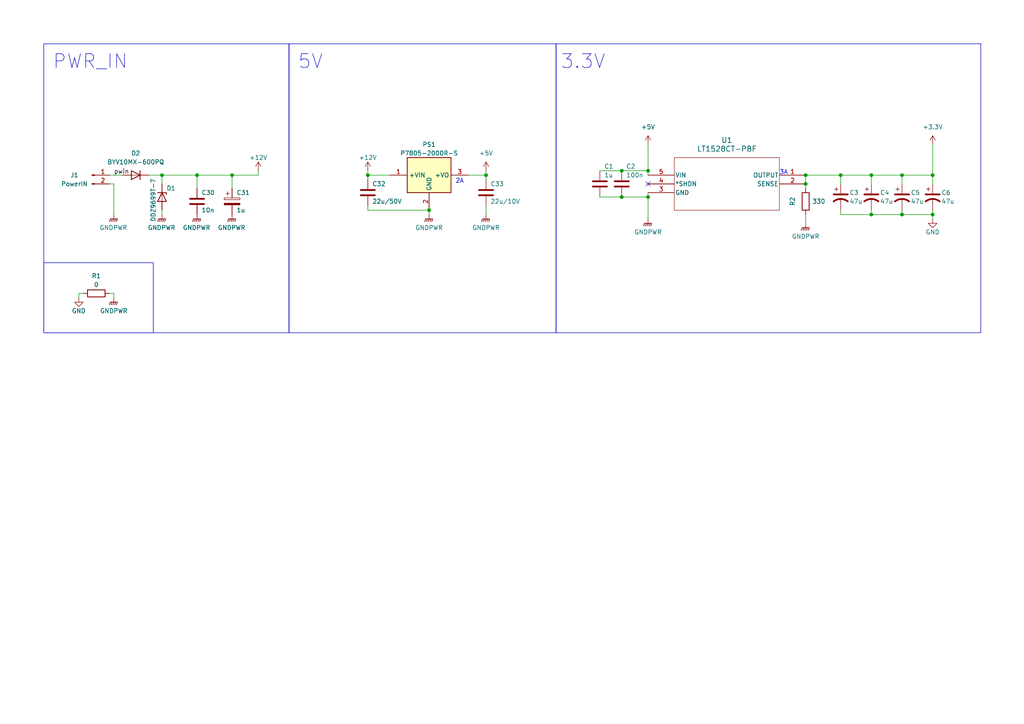
<source format=kicad_sch>
(kicad_sch (version 20230121) (generator eeschema)
  (paper "A4")
  (lib_symbols
    (symbol "Connector:Conn_01x02_Pin" (pin_names (offset 1.016) hide)
      (property "Reference" "J" (at 0 2.54 0))
      (property "Value" "Conn_01x02_Pin" (at 0 -5.08 0))
      (symbol "Conn_01x02_Pin_1_1"
        (polyline (pts (xy 1.27 -2.54) (xy 0.8636 -2.54)) (stroke (width 0.1524)))
        (polyline (pts (xy 1.27 0) (xy 0.8636 0)) (stroke (width 0.1524)))
        (rectangle (start 0.8636 -2.413) (end 0 -2.667) (stroke (width 0.1524)) (fill (type outline)))
        (rectangle (start 0.8636 0.127) (end 0 -0.127) (stroke (width 0.1524)) (fill (type outline)))
        (pin passive line (at 5.08 0 180) (length 3.81) (name "Pin_1") (number "1"))
        (pin passive line (at 5.08 -2.54 180) (length 3.81) (name "Pin_2") (number "2"))
      )
    )
    (symbol "Device:C" (pin_numbers hide) (pin_names (offset 0.254))
      (property "Reference" "C" (at 0.635 2.54 0))
      (property "Value" "C" (at 0.635 -2.54 0))
      (symbol "C_0_1"
        (polyline (pts (xy -2.032 -0.762) (xy 2.032 -0.762)) (stroke (width 0.508)))
        (polyline (pts (xy -2.032 0.762) (xy 2.032 0.762)) (stroke (width 0.508)))
      )
      (symbol "C_1_1"
        (pin passive line (at 0 3.81 270) (length 2.794) (name "~") (number "1"))
        (pin passive line (at 0 -3.81 90) (length 2.794) (name "~") (number "2"))
      )
    )
    (symbol "Device:C_Polarized" (pin_numbers hide) (pin_names (offset 0.254))
      (property "Reference" "C" (at 0.635 2.54 0))
      (property "Value" "C_Polarized" (at 0.635 -2.54 0))
      (symbol "C_Polarized_0_1"
        (rectangle (start -2.286 0.508) (end 2.286 1.016))
        (polyline (pts (xy -1.778 2.286) (xy -0.762 2.286)))
        (polyline (pts (xy -1.27 2.794) (xy -1.27 1.778)))
        (rectangle (start 2.286 -0.508) (end -2.286 -1.016) (fill (type outline)))
      )
      (symbol "C_Polarized_1_1"
        (pin passive line (at 0 3.81 270) (length 2.794) (name "~") (number "1"))
        (pin passive line (at 0 -3.81 90) (length 2.794) (name "~") (number "2"))
      )
    )
    (symbol "Device:C_Polarized_US" (pin_numbers hide) (pin_names (offset 0.254) hide)
      (property "Reference" "C" (at 0.635 2.54 0))
      (property "Value" "C_Polarized_US" (at 0.635 -2.54 0))
      (symbol "C_Polarized_US_0_1"
        (polyline (pts (xy -2.032 0.762) (xy 2.032 0.762)) (stroke (width 0.508)))
        (polyline (pts (xy -1.778 2.286) (xy -0.762 2.286)))
        (polyline (pts (xy -1.27 1.778) (xy -1.27 2.794)))
        (arc (start 2.032 -1.27) (mid 0 -0.5572) (end -2.032 -1.27) (stroke (width 0.508)))
      )
      (symbol "C_Polarized_US_1_1"
        (pin passive line (at 0 3.81 270) (length 2.794) (name "~") (number "1"))
        (pin passive line (at 0 -3.81 90) (length 3.302) (name "~") (number "2"))
      )
    )
    (symbol "Device:D" (pin_numbers hide) (pin_names (offset 1.016) hide)
      (property "Reference" "D" (at 0 2.54 0))
      (property "Value" "D" (at 0 -2.54 0))
      (symbol "D_0_1"
        (polyline (pts (xy -1.27 1.27) (xy -1.27 -1.27)) (stroke (width 0.254)))
        (polyline (pts (xy 1.27 0) (xy -1.27 0)))
        (polyline (pts (xy 1.27 1.27) (xy 1.27 -1.27) (xy -1.27 0) (xy 1.27 1.27)) (stroke (width 0.254)))
      )
      (symbol "D_1_1"
        (pin passive line (at -3.81 0 0) (length 2.54) (name "K") (number "1"))
        (pin passive line (at 3.81 0 180) (length 2.54) (name "A") (number "2"))
      )
    )
    (symbol "Device:D_Zener" (pin_numbers hide) (pin_names (offset 1.016) hide)
      (property "Reference" "D" (at 0 2.54 0))
      (property "Value" "D_Zener" (at 0 -2.54 0))
      (symbol "D_Zener_0_1"
        (polyline (pts (xy 1.27 0) (xy -1.27 0)))
        (polyline (pts (xy -1.27 -1.27) (xy -1.27 1.27) (xy -0.762 1.27)) (stroke (width 0.254)))
        (polyline (pts (xy 1.27 -1.27) (xy 1.27 1.27) (xy -1.27 0) (xy 1.27 -1.27)) (stroke (width 0.254)))
      )
      (symbol "D_Zener_1_1"
        (pin passive line (at -3.81 0 0) (length 2.54) (name "K") (number "1"))
        (pin passive line (at 3.81 0 180) (length 2.54) (name "A") (number "2"))
      )
    )
    (symbol "Device:R" (pin_numbers hide) (pin_names (offset 0))
      (property "Reference" "R" (at 2.032 0 90))
      (property "Value" "R" (at 0 0 90))
      (symbol "R_0_1"
        (rectangle (start -1.016 -2.54) (end 1.016 2.54) (stroke (width 0.254)))
      )
      (symbol "R_1_1"
        (pin passive line (at 0 3.81 270) (length 1.27) (name "~") (number "1"))
        (pin passive line (at 0 -3.81 90) (length 1.27) (name "~") (number "2"))
      )
    )
    (symbol "LT1528CT#PBF:LT1528CT-PBF" (pin_names (offset 0.254))
      (property "Reference" "U" (at 22.86 10.16 0))
      (property "Value" "LT1528CT-PBF" (at 22.86 7.62 0))
      (symbol "LT1528CT-PBF_0_1"
        (polyline (pts (xy 7.62 -10.16) (xy 38.1 -10.16)) (stroke (width 0.127)))
        (polyline (pts (xy 7.62 5.08) (xy 7.62 -10.16)) (stroke (width 0.127)))
        (polyline (pts (xy 38.1 -10.16) (xy 38.1 5.08)) (stroke (width 0.127)))
        (polyline (pts (xy 38.1 5.08) (xy 7.62 5.08)) (stroke (width 0.127)))
        (pin output line (at 0 0 0) (length 7.62) (name "OUTPUT") (number "1"))
        (pin input line (at 0 -2.54 0) (length 7.62) (name "SENSE") (number "2"))
        (pin power_in line (at 45.72 -5.08 180) (length 7.62) (name "GND") (number "3"))
        (pin output line (at 45.72 -2.54 180) (length 7.62) (name "*SHDN") (number "4"))
        (pin input line (at 45.72 0 180) (length 7.62) (name "VIN") (number "5"))
      )
    )
    (symbol "P7803-2000R-S:P7803-2000R-S"
      (property "Reference" "PS1" (at 10.16 6.35 0))
      (property "Value" "P7803-2000R-S" (at 3.81 3.81 0))
      (symbol "P7803-2000R-S_1_1"
        (rectangle (start 5.08 2.54) (end 17.78 -7.62) (stroke (width 0.254)) (fill (type background)))
        (pin passive line (at 0 -2.54 0) (length 5.08) (name "+VIN") (number "1"))
        (pin passive line (at 11.43 -12.7 90) (length 5.08) (name "GND") (number "2"))
        (pin passive line (at 22.86 -2.54 180) (length 5.08) (name "+VO") (number "3"))
      )
    )
    (symbol "power:+12V" (power) (pin_names (offset 0))
      (property "Value" "+12V" (at 0 3.556 0))
      (symbol "+12V_0_1"
        (polyline (pts (xy -0.762 1.27) (xy 0 2.54)))
        (polyline (pts (xy 0 0) (xy 0 2.54)))
        (polyline (pts (xy 0 2.54) (xy 0.762 1.27)))
      )
      (symbol "+12V_1_1"
        (pin power_in line (at 0 0 90) (length 0) hide (name "+12V") (number "1"))
      )
    )
    (symbol "power:+3.3V" (power) (pin_names (offset 0))
      (property "Value" "+3.3V" (at 0 3.556 0))
      (symbol "+3.3V_0_1"
        (polyline (pts (xy -0.762 1.27) (xy 0 2.54)))
        (polyline (pts (xy 0 0) (xy 0 2.54)))
        (polyline (pts (xy 0 2.54) (xy 0.762 1.27)))
      )
      (symbol "+3.3V_1_1"
        (pin power_in line (at 0 0 90) (length 0) hide (name "+3.3V") (number "1"))
      )
    )
    (symbol "power:+5V" (power) (pin_names (offset 0))
      (property "Value" "+5V" (at 0 3.556 0))
      (symbol "+5V_0_1"
        (polyline (pts (xy -0.762 1.27) (xy 0 2.54)))
        (polyline (pts (xy 0 0) (xy 0 2.54)))
        (polyline (pts (xy 0 2.54) (xy 0.762 1.27)))
      )
      (symbol "+5V_1_1"
        (pin power_in line (at 0 0 90) (length 0) hide (name "+5V") (number "1"))
      )
    )
    (symbol "power:GND" (power) (pin_names (offset 0))
      (property "Value" "GND" (at 0 -3.81 0))
      (symbol "GND_0_1"
        (polyline (pts (xy 0 0) (xy 0 -1.27) (xy 1.27 -1.27) (xy 0 -2.54) (xy -1.27 -1.27) (xy 0 -1.27)))
      )
      (symbol "GND_1_1"
        (pin power_in line (at 0 0 270) (length 0) hide (name "GND") (number "1"))
      )
    )
    (symbol "power:GNDPWR" (power) (pin_names (offset 0))
      (property "Value" "GNDPWR" (at 0 -3.302 0))
      (symbol "GNDPWR_0_1"
        (polyline (pts (xy 0 -1.27) (xy 0 0)))
        (polyline (pts (xy -1.016 -1.27) (xy -1.27 -2.032) (xy -1.27 -2.032)) (stroke (width 0.2032)))
        (polyline (pts (xy -0.508 -1.27) (xy -0.762 -2.032) (xy -0.762 -2.032)) (stroke (width 0.2032)))
        (polyline (pts (xy 0 -1.27) (xy -0.254 -2.032) (xy -0.254 -2.032)) (stroke (width 0.2032)))
        (polyline (pts (xy 0.508 -1.27) (xy 0.254 -2.032) (xy 0.254 -2.032)) (stroke (width 0.2032)))
        (polyline (pts (xy 1.016 -1.27) (xy -1.016 -1.27) (xy -1.016 -1.27)) (stroke (width 0.2032)))
        (polyline (pts (xy 1.016 -1.27) (xy 0.762 -2.032) (xy 0.762 -2.032) (xy 0.762 -2.032)) (stroke (width 0.2032)))
      )
      (symbol "GNDPWR_1_1"
        (pin power_in line (at 0 0 270) (length 0) hide (name "GNDPWR") (number "1"))
      )
    )
  )
  (junction (at 261.62 62.23))
  (junction (at 124.46 60.96))
  (junction (at 46.99 50.8))
  (junction (at 187.96 57.15))
  (junction (at 106.68 50.8))
  (junction (at 140.97 50.8))
  (junction (at 180.34 57.15))
  (junction (at 252.73 62.23))
  (junction (at 252.73 50.8))
  (junction (at 187.96 49.53))
  (junction (at 270.51 50.8))
  (junction (at 243.84 50.8))
  (junction (at 261.62 50.8))
  (junction (at 67.31 50.8))
  (junction (at 233.68 53.34))
  (junction (at 180.34 49.53))
  (junction (at 233.68 50.8))
  (junction (at 270.51 62.23))
  (junction (at 57.15 50.8))
  (no_connect (at 187.96 53.34))
  (wire (pts (xy 261.62 60.96) (xy 261.62 62.23)))
  (wire (pts (xy 106.68 52.07) (xy 106.68 50.8)))
  (wire (pts (xy 106.68 49.53) (xy 106.68 50.8)))
  (wire (pts (xy 33.02 62.23) (xy 33.02 53.34)))
  (wire (pts (xy 140.97 49.53) (xy 140.97 50.8)))
  (wire (pts (xy 22.86 85.09) (xy 24.13 85.09)))
  (wire (pts (xy 252.73 62.23) (xy 261.62 62.23)))
  (wire (pts (xy 270.51 50.8) (xy 270.51 53.34)))
  (wire (pts (xy 140.97 59.69) (xy 140.97 62.23)))
  (wire (pts (xy 135.89 50.8) (xy 140.97 50.8)))
  (wire (pts (xy 243.84 50.8) (xy 243.84 53.34)))
  (wire (pts (xy 252.73 60.96) (xy 252.73 62.23)))
  (wire (pts (xy 173.99 57.15) (xy 180.34 57.15)))
  (wire (pts (xy 31.75 53.34) (xy 33.02 53.34)))
  (wire (pts (xy 67.31 50.8) (xy 67.31 54.61)))
  (wire (pts (xy 35.56 50.8) (xy 31.75 50.8)))
  (wire (pts (xy 46.99 50.8) (xy 46.99 53.34)))
  (wire (pts (xy 33.02 85.09) (xy 33.02 86.36)))
  (wire (pts (xy 233.68 64.77) (xy 233.68 62.23)))
  (wire (pts (xy 270.51 62.23) (xy 270.51 63.5)))
  (wire (pts (xy 43.18 50.8) (xy 46.99 50.8)))
  (wire (pts (xy 124.46 62.23) (xy 124.46 60.96)))
  (wire (pts (xy 270.51 50.8) (xy 261.62 50.8)))
  (wire (pts (xy 270.51 41.91) (xy 270.51 50.8)))
  (wire (pts (xy 233.68 50.8) (xy 233.68 53.34)))
  (wire (pts (xy 22.86 86.36) (xy 22.86 85.09)))
  (wire (pts (xy 261.62 62.23) (xy 270.51 62.23)))
  (wire (pts (xy 187.96 49.53) (xy 187.96 50.8)))
  (wire (pts (xy 187.96 41.91) (xy 187.96 49.53)))
  (wire (pts (xy 187.96 63.5) (xy 187.96 57.15)))
  (wire (pts (xy 57.15 50.8) (xy 67.31 50.8)))
  (wire (pts (xy 187.96 57.15) (xy 187.96 55.88)))
  (wire (pts (xy 67.31 50.8) (xy 74.93 50.8)))
  (wire (pts (xy 46.99 60.96) (xy 46.99 62.23)))
  (wire (pts (xy 243.84 60.96) (xy 243.84 62.23)))
  (wire (pts (xy 106.68 60.96) (xy 124.46 60.96)))
  (wire (pts (xy 270.51 60.96) (xy 270.51 62.23)))
  (wire (pts (xy 252.73 50.8) (xy 243.84 50.8)))
  (wire (pts (xy 31.75 85.09) (xy 33.02 85.09)))
  (wire (pts (xy 180.34 49.53) (xy 187.96 49.53)))
  (wire (pts (xy 57.15 50.8) (xy 57.15 54.61)))
  (wire (pts (xy 261.62 50.8) (xy 261.62 53.34)))
  (wire (pts (xy 173.99 49.53) (xy 180.34 49.53)))
  (wire (pts (xy 252.73 50.8) (xy 252.73 53.34)))
  (wire (pts (xy 243.84 50.8) (xy 233.68 50.8)))
  (wire (pts (xy 106.68 50.8) (xy 113.03 50.8)))
  (wire (pts (xy 46.99 50.8) (xy 57.15 50.8)))
  (wire (pts (xy 233.68 54.61) (xy 233.68 53.34)))
  (wire (pts (xy 74.93 49.53) (xy 74.93 50.8)))
  (wire (pts (xy 180.34 57.15) (xy 187.96 57.15)))
  (wire (pts (xy 261.62 50.8) (xy 252.73 50.8)))
  (wire (pts (xy 140.97 50.8) (xy 140.97 52.07)))
  (wire (pts (xy 243.84 62.23) (xy 252.73 62.23)))
  (wire (pts (xy 106.68 59.69) (xy 106.68 60.96)))
  (rectangle (start 161.29 12.7) (end 284.48 96.52))
  (rectangle (start 12.7 12.7) (end 83.82 96.52))
  (rectangle (start 12.7 76.2) (end 44.45 96.52))
  (rectangle (start 83.82 12.7) (end 161.29 96.52))
  (text "PWR_IN" (at 15.24 20.32 0) (effects (font (size 4 4)) (justify left bottom)))
  (text "3.3V" (at 162.56 20.32 0) (effects (font (size 4 4)) (justify left bottom)))
  (text "2A" (at 132.08 53.34 0) (effects (font (size 1.27 1.27)) (justify left bottom)))
  (text "5V" (at 86.36 20.32 0) (effects (font (size 4 4)) (justify left bottom)))
  (text "3A" (at 226.06 50.8 0) (effects (font (size 1.27 1.27)) (justify left bottom)))
  (label "pwin" (at 33.02 50.8 0))
  (symbol (lib_id "power:GND") (at 270.51 63.5 0) (unit 1)
    (property "Reference" "#PWR09" (effects hide))
    (property "Value" "GND" (at 270.51 67.31 0))
  )
  (symbol (lib_id "power:GNDPWR") (at 33.02 62.23 0) (unit 1)
    (property "Reference" "#PWR01" (effects hide))
    (property "Value" "GNDPWR" (at 32.893 66.04 0))
  )
  (symbol (lib_id "power:GNDPWR") (at 57.15 62.23 0) (unit 1)
    (property "Reference" "#PWR044" (effects hide))
    (property "Value" "GNDPWR" (at 57.023 66.04 0))
  )
  (symbol (lib_id "power:+5V") (at 187.96 41.91 0) (unit 1)
    (property "Reference" "#PWR03" (effects hide))
    (property "Value" "+5V" (at 187.96 36.83 0))
  )
  (symbol (lib_id "Device:C") (at 57.15 58.42 0) (unit 1)
    (property "Reference" "C30" (at 58.42 55.88 0) (effects (justify left)))
    (property "Value" "10n" (at 58.42 60.96 0) (effects (justify left)))
    (property "Footprint" "Capacitor_SMD:C_1206_3216Metric" (effects hide))
  )
  (symbol (lib_id "Connector:Conn_01x02_Pin") (at 26.67 50.8 0) (unit 1)
    (property "Reference" "J1" (at 21.59 50.8 0))
    (property "Value" "PowerIN" (at 21.59 53.34 0))
    (property "Footprint" "TerminalBlock_MetzConnect:TerminalBlock_MetzConnect_Type011_RT05502HBWC_1x02_P5.00mm_Horizontal" (effects hide))
  )
  (symbol (lib_id "Device:R") (at 233.68 58.42 180) (unit 1)
    (property "Reference" "R2" (at 229.87 58.42 90))
    (property "Value" "330" (at 237.49 58.42 0))
    (property "Footprint" "Resistor_SMD:R_0805_2012Metric_Pad1.20x1.40mm_HandSolder" (effects hide))
  )
  (symbol (lib_id "Device:C_Polarized") (at 67.31 58.42 0) (unit 1)
    (property "Reference" "C31" (at 68.58 55.88 0) (effects (justify left)))
    (property "Value" "1u" (at 68.58 60.96 0) (effects (justify left)))
    (property "Footprint" "Capacitor_Tantalum_SMD:CP_EIA-3216-18_Kemet-A" (effects hide))
  )
  (symbol (lib_id "power:+12V") (at 74.93 49.53 0) (unit 1)
    (property "Reference" "#PWR02" (effects hide))
    (property "Value" "+12V" (at 74.93 45.72 0))
  )
  (symbol (lib_id "P7803-2000R-S:P7803-2000R-S") (at 113.03 48.26 0) (unit 1)
    (property "Reference" "PS1" (at 124.46 41.91 0))
    (property "Value" "P7805-2000R-S" (at 124.46 44.45 0))
    (property "Footprint" "kicad_models:P78032000RS" (effects hide))
    (property "Datasheet" "https://www.cui.com/product/resource/p78-2000r-s.pdf" (effects hide))
    (property "Height" "9.5" (effects hide))
    (property "Manufacturer_Name" "CUI Inc." (effects hide))
    (property "Manufacturer_Part_Number" "P7803-2000R-S" (effects hide))
  )
  (symbol (lib_id "power:GNDPWR") (at 233.68 64.77 0) (unit 1)
    (property "Reference" "#PWR057" (effects hide))
    (property "Value" "GNDPWR" (at 233.68 68.58 0))
  )
  (symbol (lib_id "power:GNDPWR") (at 33.02 86.36 0) (unit 1)
    (property "Reference" "#PWR06" (effects hide))
    (property "Value" "GNDPWR" (at 33.02 90.17 0))
  )
  (symbol (lib_id "Device:D") (at 39.37 50.8 180) (unit 1)
    (property "Reference" "D2" (at 39.37 44.45 0))
    (property "Value" "BYV10MX-600PQ" (at 39.37 46.99 0))
    (property "Footprint" "Package_TO_SOT_THT:TO-220F-2_Horizontal_TabDown" (effects hide))
    (property "Sim.Device" "D" (effects hide))
    (property "Sim.Pins" "1=K 2=A" (effects hide))
  )
  (symbol (lib_id "Device:R") (at 27.94 85.09 90) (unit 1)
    (property "Reference" "R1" (at 27.94 80.01 90))
    (property "Value" "0" (at 27.94 82.55 90))
    (property "Footprint" "Resistor_SMD:R_0805_2012Metric" (effects hide))
  )
  (symbol (lib_id "power:GNDPWR") (at 187.96 63.5 0) (unit 1)
    (property "Reference" "#PWR08" (effects hide))
    (property "Value" "GNDPWR" (at 187.96 67.31 0))
  )
  (symbol (lib_id "power:+3.3V") (at 270.51 41.91 0) (unit 1)
    (property "Reference" "#PWR08" (effects hide))
    (property "Value" "+3.3V" (at 270.51 36.83 0))
  )
  (symbol (lib_id "Device:C") (at 140.97 55.88 0) (unit 1)
    (property "Reference" "C33" (at 142.24 53.34 0) (effects (justify left)))
    (property "Value" "22u/10V" (at 142.24 58.42 0) (effects (justify left)))
    (property "Footprint" "Capacitor_SMD:C_1206_3216Metric" (effects hide))
  )
  (symbol (lib_id "power:+5V") (at 140.97 49.53 0) (unit 1)
    (property "Reference" "#PWR010" (effects hide))
    (property "Value" "+5V" (at 140.97 44.45 0))
  )
  (symbol (lib_id "Device:C") (at 173.99 53.34 0) (unit 1)
    (property "Reference" "C1" (at 175.26 48.26 0) (effects (justify left)))
    (property "Value" "1u" (at 175.26 50.8 0) (effects (justify left)))
    (property "Footprint" "Capacitor_SMD:C_0805_2012Metric" (effects hide))
  )
  (symbol (lib_id "Device:C_Polarized_US") (at 252.73 57.15 0) (unit 1)
    (property "Reference" "C4" (at 255.27 55.88 0) (effects (justify left)))
    (property "Value" "47u" (at 255.27 58.42 0) (effects (justify left)))
    (property "Footprint" "Capacitor_THT:CP_Radial_D5.0mm_P2.00mm" (effects hide))
  )
  (symbol (lib_id "Device:C_Polarized_US") (at 243.84 57.15 0) (unit 1)
    (property "Reference" "C3" (at 246.38 55.88 0) (effects (justify left)))
    (property "Value" "47u" (at 246.38 58.42 0) (effects (justify left)))
    (property "Footprint" "Capacitor_THT:CP_Radial_D5.0mm_P2.00mm" (effects hide))
  )
  (symbol (lib_id "power:GNDPWR") (at 67.31 62.23 0) (unit 1)
    (property "Reference" "#PWR045" (effects hide))
    (property "Value" "GNDPWR" (at 67.183 66.04 0))
  )
  (symbol (lib_id "Device:C") (at 106.68 55.88 0) (unit 1)
    (property "Reference" "C32" (at 107.95 53.34 0) (effects (justify left)))
    (property "Value" "22u/50V" (at 107.95 58.42 0) (effects (justify left)))
    (property "Footprint" "kicad_models:CAPC7563X400N" (effects hide))
  )
  (symbol (lib_id "power:GNDPWR") (at 46.99 62.23 0) (unit 1)
    (property "Reference" "#PWR043" (effects hide))
    (property "Value" "GNDPWR" (at 46.863 66.04 0))
  )
  (symbol (lib_id "Device:C_Polarized_US") (at 261.62 57.15 0) (unit 1)
    (property "Reference" "C5" (at 264.16 55.88 0) (effects (justify left)))
    (property "Value" "47u" (at 264.16 58.42 0) (effects (justify left)))
    (property "Footprint" "Capacitor_THT:CP_Radial_D5.0mm_P2.00mm" (effects hide))
  )
  (symbol (lib_id "Device:C") (at 180.34 53.34 0) (unit 1)
    (property "Reference" "C2" (at 181.61 48.26 0) (effects (justify left)))
    (property "Value" "100n" (at 181.61 50.8 0) (effects (justify left)))
    (property "Footprint" "Capacitor_SMD:C_0805_2012Metric" (effects hide))
  )
  (symbol (lib_id "power:GNDPWR") (at 124.46 62.23 0) (unit 1)
    (property "Reference" "#PWR055" (effects hide))
    (property "Value" "GNDPWR" (at 124.46 66.04 0))
  )
  (symbol (lib_id "power:GNDPWR") (at 140.97 62.23 0) (unit 1)
    (property "Reference" "#PWR07" (effects hide))
    (property "Value" "GNDPWR" (at 140.97 66.04 0))
  )
  (symbol (lib_id "LT1528CT#PBF:LT1528CT-PBF") (at 233.68 50.8 0) (mirror y) (unit 1)
    (property "Reference" "U1" (at 210.82 40.64 0) (effects (font (size 1.524 1.524))))
    (property "Value" "LT1528CT-PBF" (at 210.82 43.18 0) (effects (font (size 1.524 1.524))))
    (property "Footprint" "kicad_models:LT1528CT#PBF" (effects hide))
    (property "Datasheet" "LT1528CT-PBF" (effects hide))
  )
  (symbol (lib_id "Device:D_Zener") (at 46.99 57.15 270) (unit 1)
    (property "Reference" "D1" (at 48.26 54.61 90) (effects (justify left)))
    (property "Value" "DDZ9699T-7 " (at 44.45 50.8 0) (effects (justify left)))
    (property "Footprint" "kicad_models:SODFL1608X65N" (effects hide))
  )
  (symbol (lib_id "power:GND") (at 22.86 86.36 0) (unit 1)
    (property "Reference" "#PWR05" (effects hide))
    (property "Value" "GND" (at 22.86 90.17 0))
  )
  (symbol (lib_id "Device:C_Polarized_US") (at 270.51 57.15 0) (unit 1)
    (property "Reference" "C6" (at 273.05 55.88 0) (effects (justify left)))
    (property "Value" "47u" (at 273.05 58.42 0) (effects (justify left)))
    (property "Footprint" "Capacitor_THT:CP_Radial_D5.0mm_P2.00mm" (effects hide))
  )
  (symbol (lib_id "power:+12V") (at 106.68 49.53 0) (unit 1)
    (property "Reference" "#PWR056" (effects hide))
    (property "Value" "+12V" (at 106.68 45.72 0))
  )
)
</source>
